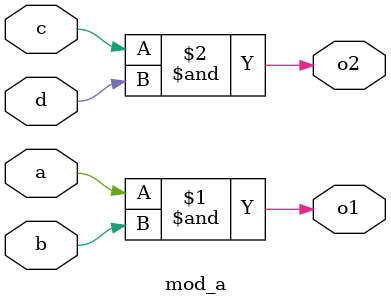
<source format=v>

module top_module ( 
    input a, 
    input b, 
    input c,
    input d,
    output out1,
    output out2
);
    mod_a ins1(out1, out2, a, b, c, d); // this is module instantiation with position
endmodule


// example sub module mod_a
module mod_a 
(
    output  o1, o2,
    input   a, b, c, d
);
    assign o1 = a & b;
    assign o2 = c & d;
endmodule   

</source>
